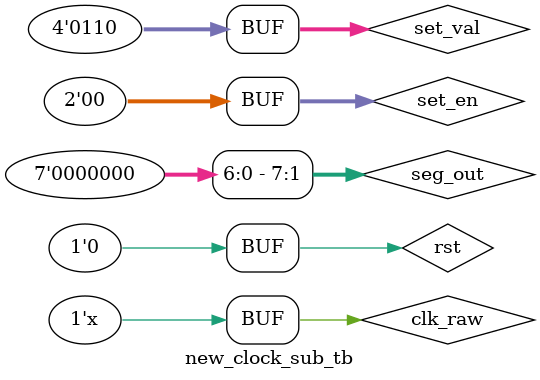
<source format=v>
`timescale 1ns / 1ps

//¿É±ä½øÖÆµÄ¼ÆÊýÆ÷
module new_counter_sub(
input clk_raw,
input clk_in,
input rst,
input [1:0]set_en,
input [3:0]set_val,
output clk_out,
output [7:0] dout
    );
    parameter cc = 24;//½øÖÆ
    wire m_set_en;
    //wire set_bit;
    wire[5:0] m_set_val;
    wire m_set_en_out;
    wire [5:0]cur_val;
    assign m_set_en = set_en[0] | set_en[1];
    new_counter_setter #(cc) ncs(clk_raw,m_set_en,set_en[0],cur_val,set_val,m_set_en_out,m_set_val);
    new_counter #(cc) nc(clk_in,rst,m_set_en_out,m_set_val,clk_out,cur_val);
    decimal_encoder de(cur_val,dout);
endmodule

module new_clock_sub_tb();
reg clk_raw;
reg  rst;
reg  [1:0]set_en;
reg  [3:0]set_val;
wire clk_out;
 wire [7:0] seg_out;// wire [7:0] seg_an;//
 new_counter_sub u(clk_raw,rst,set_en,set_val,clk_out,seg_out);
always #5 clk_raw = ~clk_raw;
initial begin
clk_raw = 1;
rst=1;
set_en = 0;
set_val=6;
#5 rst = 0;
#10 set_en = 2;
#6 set_en = 0;
end
endmodule
</source>
